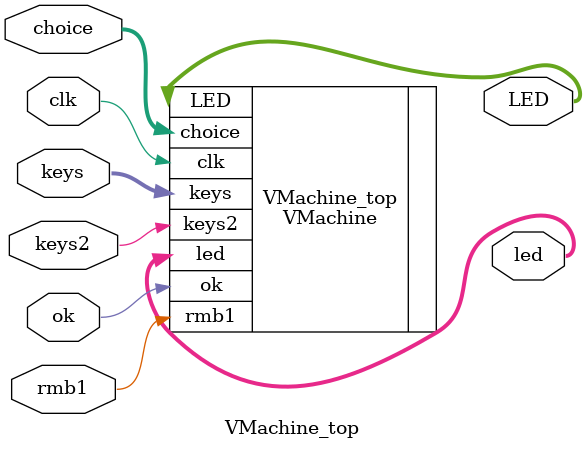
<source format=sv>
module VMachine_top(
    input clk,
	 input rmb1,   //投币,
	 input [7:0] choice,	 //选择商品
	 input ok,          //确认
	 input  [1:0] keys ,
	 input keys2,
	  output wire [55:0] LED,
//    output wire [13:0] sevenrmb1 ,//7段数码管显示投币额度 HEX[7]、HEX[6]
//    output wire [13:0] sevenconsume, //消费额	 HEX[4]、HEX[5]
//	 output wire [13:0] change,  //找零 HEX[0]
	 output [7:0]  led//货物灯
	 
);

reg [2:0] goodsNum[7:0];
initial begin
goodsNum[0] = 3'd7;
goodsNum[1] = 3'd7;
goodsNum[2] = 3'd7;
goodsNum[3] = 3'd7;
goodsNum[4] = 3'd7;
goodsNum[5] = 3'd7;
goodsNum[6] = 3'd7;
goodsNum[7] = 3'd7;
end

VMachine VMachine_top(
    .clk(clk),
	 .rmb1(rmb1),
	 .choice(choice),
	 .ok(ok),
	 .keys(keys),
	 .keys2(keys2),
	 .LED(LED),
//	 .sevenrmb1(sevenrmb1),
//	 .sevenconsume(sevenconsume),
//	 .change(change),
	 .led(led)	 
);

endmodule
</source>
